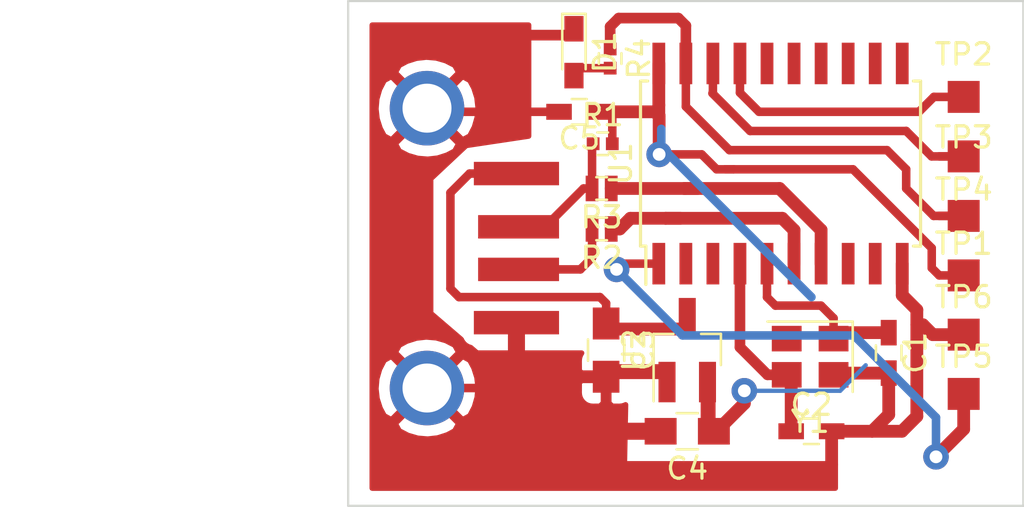
<source format=kicad_pcb>
(kicad_pcb (version 20171130) (host pcbnew "(5.1.2)-1")

  (general
    (thickness 1.6)
    (drawings 8)
    (tracks 151)
    (zones 0)
    (modules 20)
    (nets 25)
  )

  (page A4)
  (layers
    (0 F.Cu signal)
    (31 B.Cu signal)
    (32 B.Adhes user)
    (33 F.Adhes user)
    (34 B.Paste user)
    (35 F.Paste user)
    (36 B.SilkS user hide)
    (37 F.SilkS user)
    (38 B.Mask user hide)
    (39 F.Mask user hide)
    (40 Dwgs.User user)
    (41 Cmts.User user)
    (42 Eco1.User user)
    (43 Eco2.User user)
    (44 Edge.Cuts user)
    (45 Margin user hide)
    (46 B.CrtYd user)
    (47 F.CrtYd user)
    (48 B.Fab user)
    (49 F.Fab user hide)
  )

  (setup
    (last_trace_width 0.6)
    (user_trace_width 0.4)
    (user_trace_width 0.6)
    (trace_clearance 0.3)
    (zone_clearance 0.508)
    (zone_45_only no)
    (trace_min 0.2)
    (via_size 1.2)
    (via_drill 0.6)
    (via_min_size 0.4)
    (via_min_drill 0.3)
    (uvia_size 0.3)
    (uvia_drill 0.1)
    (uvias_allowed no)
    (uvia_min_size 0.2)
    (uvia_min_drill 0.1)
    (edge_width 0.05)
    (segment_width 0.2)
    (pcb_text_width 0.3)
    (pcb_text_size 1.5 1.5)
    (mod_edge_width 0.12)
    (mod_text_size 1 1)
    (mod_text_width 0.15)
    (pad_size 1.524 1.524)
    (pad_drill 0.762)
    (pad_to_mask_clearance 0.051)
    (solder_mask_min_width 0.25)
    (aux_axis_origin 0 0)
    (grid_origin -365.2 -369.9)
    (visible_elements 7FF9FB9F)
    (pcbplotparams
      (layerselection 0x02000_7fffffff)
      (usegerberextensions false)
      (usegerberattributes false)
      (usegerberadvancedattributes false)
      (creategerberjobfile false)
      (excludeedgelayer false)
      (linewidth 0.100000)
      (plotframeref false)
      (viasonmask false)
      (mode 1)
      (useauxorigin false)
      (hpglpennumber 1)
      (hpglpenspeed 20)
      (hpglpendiameter 15.000000)
      (psnegative false)
      (psa4output false)
      (plotreference false)
      (plotvalue false)
      (plotinvisibletext false)
      (padsonsilk true)
      (subtractmaskfromsilk false)
      (outputformat 4)
      (mirror false)
      (drillshape 2)
      (scaleselection 1)
      (outputdirectory "R:/p/pcb/"))
  )

  (net 0 "")
  (net 1 "Net-(C1-Pad1)")
  (net 2 GND)
  (net 3 "Net-(C2-Pad1)")
  (net 4 "Net-(C3-Pad1)")
  (net 5 +3V3)
  (net 6 "Net-(D1-Pad2)")
  (net 7 D-)
  (net 8 "Net-(J1-Pad3)")
  (net 9 D+)
  (net 10 "Net-(J1-Pad2)")
  (net 11 "Net-(U1-Pad8)")
  (net 12 "Net-(U1-Pad9)")
  (net 13 "Net-(U1-Pad11)")
  (net 14 "Net-(U1-Pad12)")
  (net 15 "Net-(U1-Pad13)")
  (net 16 "Net-(U1-Pad14)")
  (net 17 "Net-(U1-Pad15)")
  (net 18 "Net-(U1-Pad16)")
  (net 19 led)
  (net 20 prog-mosi)
  (net 21 prog-miso)
  (net 22 prog-reset)
  (net 23 "Net-(U1-Pad2)")
  (net 24 "Net-(U1-Pad3)")

  (net_class Default "This is the default net class."
    (clearance 0.3)
    (trace_width 0.4)
    (via_dia 1.2)
    (via_drill 0.6)
    (uvia_dia 0.3)
    (uvia_drill 0.1)
    (diff_pair_width 0.2)
    (diff_pair_gap 0.2)
    (add_net +3V3)
    (add_net D+)
    (add_net D-)
    (add_net GND)
    (add_net "Net-(C1-Pad1)")
    (add_net "Net-(C2-Pad1)")
    (add_net "Net-(C3-Pad1)")
    (add_net "Net-(D1-Pad2)")
    (add_net "Net-(J1-Pad2)")
    (add_net "Net-(J1-Pad3)")
    (add_net "Net-(U1-Pad11)")
    (add_net "Net-(U1-Pad12)")
    (add_net "Net-(U1-Pad13)")
    (add_net "Net-(U1-Pad14)")
    (add_net "Net-(U1-Pad15)")
    (add_net "Net-(U1-Pad16)")
    (add_net "Net-(U1-Pad2)")
    (add_net "Net-(U1-Pad3)")
    (add_net "Net-(U1-Pad8)")
    (add_net "Net-(U1-Pad9)")
    (add_net led)
    (add_net prog-miso)
    (add_net prog-mosi)
    (add_net prog-reset)
  )

  (net_class aa ""
    (clearance 0.2)
    (trace_width 0.2)
    (via_dia 0.8)
    (via_drill 0.4)
    (uvia_dia 0.3)
    (uvia_drill 0.1)
    (diff_pair_width 0.2)
    (diff_pair_gap 0.2)
  )

  (module Measurement_Points:Measurement_Point_Square-SMD-Pad_Small (layer F.Cu) (tedit 56C36007) (tstamp 61900CAA)
    (at -349.9 -355.6)
    (descr "Mesurement Point, Square, SMD Pad,  1.5mm x 1.5mm,")
    (tags "Mesurement Point Square SMD Pad 1.5x1.5mm")
    (path /6191679F)
    (attr virtual)
    (fp_text reference TP6 (at 0 -2) (layer F.SilkS)
      (effects (font (size 1 1) (thickness 0.15)))
    )
    (fp_text value TestPoint (at 0 2) (layer F.Fab)
      (effects (font (size 1 1) (thickness 0.15)))
    )
    (fp_line (start -1 -1) (end 1 -1) (layer F.CrtYd) (width 0.05))
    (fp_line (start 1 -1) (end 1 1) (layer F.CrtYd) (width 0.05))
    (fp_line (start 1 1) (end -1 1) (layer F.CrtYd) (width 0.05))
    (fp_line (start -1 1) (end -1 -1) (layer F.CrtYd) (width 0.05))
    (pad 1 smd rect (at 0 -0.236) (size 1.5 1.5) (layers F.Cu F.Mask)
      (net 2 GND))
  )

  (module Measurement_Points:Measurement_Point_Square-SMD-Pad_Small (layer F.Cu) (tedit 56C36007) (tstamp 61901953)
    (at -349.9 -352.8)
    (descr "Mesurement Point, Square, SMD Pad,  1.5mm x 1.5mm,")
    (tags "Mesurement Point Square SMD Pad 1.5x1.5mm")
    (path /61915E66)
    (attr virtual)
    (fp_text reference TP5 (at 0 -2) (layer F.SilkS)
      (effects (font (size 1 1) (thickness 0.15)))
    )
    (fp_text value TestPoint (at 0 2) (layer F.Fab)
      (effects (font (size 1 1) (thickness 0.15)))
    )
    (fp_line (start -1 -1) (end 1 -1) (layer F.CrtYd) (width 0.05))
    (fp_line (start 1 -1) (end 1 1) (layer F.CrtYd) (width 0.05))
    (fp_line (start 1 1) (end -1 1) (layer F.CrtYd) (width 0.05))
    (fp_line (start -1 1) (end -1 -1) (layer F.CrtYd) (width 0.05))
    (pad 1 smd rect (at 0 -0.254) (size 1.5 1.5) (layers F.Cu F.Mask)
      (net 22 prog-reset))
  )

  (module Measurement_Points:Measurement_Point_Square-SMD-Pad_Small (layer F.Cu) (tedit 56C36007) (tstamp 61900CA4)
    (at -349.9 -360.65)
    (descr "Mesurement Point, Square, SMD Pad,  1.5mm x 1.5mm,")
    (tags "Mesurement Point Square SMD Pad 1.5x1.5mm")
    (path /61915ABD)
    (attr virtual)
    (fp_text reference TP4 (at 0 -2) (layer F.SilkS)
      (effects (font (size 1 1) (thickness 0.15)))
    )
    (fp_text value TestPoint (at 0 2) (layer F.Fab)
      (effects (font (size 1 1) (thickness 0.15)))
    )
    (fp_line (start -1 -1) (end 1 -1) (layer F.CrtYd) (width 0.05))
    (fp_line (start 1 -1) (end 1 1) (layer F.CrtYd) (width 0.05))
    (fp_line (start 1 1) (end -1 1) (layer F.CrtYd) (width 0.05))
    (fp_line (start -1 1) (end -1 -1) (layer F.CrtYd) (width 0.05))
    (pad 1 smd rect (at 0 -0.762) (size 1.5 1.5) (layers F.Cu F.Mask)
      (net 19 led))
  )

  (module Measurement_Points:Measurement_Point_Square-SMD-Pad_Small (layer F.Cu) (tedit 56C36007) (tstamp 61900CA1)
    (at -349.9 -363.1)
    (descr "Mesurement Point, Square, SMD Pad,  1.5mm x 1.5mm,")
    (tags "Mesurement Point Square SMD Pad 1.5x1.5mm")
    (path /61915761)
    (attr virtual)
    (fp_text reference TP3 (at 0 -2) (layer F.SilkS)
      (effects (font (size 1 1) (thickness 0.15)))
    )
    (fp_text value TestPoint (at 0 2) (layer F.Fab)
      (effects (font (size 1 1) (thickness 0.15)))
    )
    (fp_line (start -1 -1) (end 1 -1) (layer F.CrtYd) (width 0.05))
    (fp_line (start 1 -1) (end 1 1) (layer F.CrtYd) (width 0.05))
    (fp_line (start 1 1) (end -1 1) (layer F.CrtYd) (width 0.05))
    (fp_line (start -1 1) (end -1 -1) (layer F.CrtYd) (width 0.05))
    (pad 1 smd rect (at 0 -1.106) (size 1.5 1.5) (layers F.Cu F.Mask)
      (net 21 prog-miso))
  )

  (module Measurement_Points:Measurement_Point_Square-SMD-Pad_Small (layer F.Cu) (tedit 56C36007) (tstamp 619010B1)
    (at -349.9 -367)
    (descr "Mesurement Point, Square, SMD Pad,  1.5mm x 1.5mm,")
    (tags "Mesurement Point Square SMD Pad 1.5x1.5mm")
    (path /6191540F)
    (attr virtual)
    (fp_text reference TP2 (at 0 -2) (layer F.SilkS)
      (effects (font (size 1 1) (thickness 0.15)))
    )
    (fp_text value TestPoint (at 0 2) (layer F.Fab)
      (effects (font (size 1 1) (thickness 0.15)))
    )
    (fp_line (start -1 -1) (end 1 -1) (layer F.CrtYd) (width 0.05))
    (fp_line (start 1 -1) (end 1 1) (layer F.CrtYd) (width 0.05))
    (fp_line (start 1 1) (end -1 1) (layer F.CrtYd) (width 0.05))
    (fp_line (start -1 1) (end -1 -1) (layer F.CrtYd) (width 0.05))
    (pad 1 smd rect (at 0 0) (size 1.5 1.5) (layers F.Cu F.Mask)
      (net 20 prog-mosi))
  )

  (module Measurement_Points:Measurement_Point_Square-SMD-Pad_Small (layer F.Cu) (tedit 56C36007) (tstamp 61900C9B)
    (at -349.9 -358.11)
    (descr "Mesurement Point, Square, SMD Pad,  1.5mm x 1.5mm,")
    (tags "Mesurement Point Square SMD Pad 1.5x1.5mm")
    (path /6190C76D)
    (attr virtual)
    (fp_text reference TP1 (at 0 -2) (layer F.SilkS)
      (effects (font (size 1 1) (thickness 0.15)))
    )
    (fp_text value TestPoint (at 0 2) (layer F.Fab)
      (effects (font (size 1 1) (thickness 0.15)))
    )
    (fp_line (start -1 -1) (end 1 -1) (layer F.CrtYd) (width 0.05))
    (fp_line (start 1 -1) (end 1 1) (layer F.CrtYd) (width 0.05))
    (fp_line (start 1 1) (end -1 1) (layer F.CrtYd) (width 0.05))
    (fp_line (start -1 1) (end -1 -1) (layer F.CrtYd) (width 0.05))
    (pad 1 smd rect (at 0 -0.508) (size 1.5 1.5) (layers F.Cu F.Mask)
      (net 5 +3V3))
  )

  (module aa:R_0402_HandSoldering (layer F.Cu) (tedit 618FC2E6) (tstamp 618AFCFF)
    (at -366.5 -368.8 270)
    (descr "Resistor SMD 0402, reflow soldering, Vishay (see dcrcw.pdf)")
    (tags "resistor 0402")
    (path /618B055F)
    (attr smd)
    (fp_text reference R4 (at 0 -1.35 90) (layer F.SilkS)
      (effects (font (size 1 1) (thickness 0.15)))
    )
    (fp_text value 1k (at 0 1.45 90) (layer F.Fab)
      (effects (font (size 1 1) (thickness 0.15)))
    )
    (fp_text user %R (at 0 -1.35 90) (layer F.Fab)
      (effects (font (size 1 1) (thickness 0.15)))
    )
    (fp_line (start -0.5 0.25) (end -0.5 -0.25) (layer F.Fab) (width 0.1))
    (fp_line (start 0.5 0.25) (end -0.5 0.25) (layer F.Fab) (width 0.1))
    (fp_line (start 0.5 -0.25) (end 0.5 0.25) (layer F.Fab) (width 0.1))
    (fp_line (start -0.5 -0.25) (end 0.5 -0.25) (layer F.Fab) (width 0.1))
    (fp_line (start 0.25 -0.53) (end -0.25 -0.53) (layer F.SilkS) (width 0.12))
    (fp_line (start -0.25 0.53) (end 0.25 0.53) (layer F.SilkS) (width 0.12))
    (fp_line (start -0.8 -0.45) (end 0.8 -0.45) (layer F.CrtYd) (width 0.05))
    (fp_line (start -0.8 -0.45) (end -0.8 0.45) (layer F.CrtYd) (width 0.05))
    (fp_line (start 0.8 0.45) (end 0.8 -0.45) (layer F.CrtYd) (width 0.05))
    (fp_line (start 0.8 0.45) (end -0.8 0.45) (layer F.CrtYd) (width 0.05))
    (pad 1 smd rect (at -0.45 0 270) (size 0.6 0.6) (layers F.Cu F.Paste F.Mask)
      (net 19 led))
    (pad 2 smd rect (at 0.45 0 270) (size 0.6 0.6) (layers F.Cu F.Paste F.Mask)
      (net 6 "Net-(D1-Pad2)"))
    (model ${KISYS3DMOD}/Resistors_SMD.3dshapes/R_0402.wrl
      (at (xyz 0 0 0))
      (scale (xyz 1 1 1))
      (rotate (xyz 0 0 0))
    )
  )

  (module aa:R_0402_HandSoldering (layer F.Cu) (tedit 618FC2E6) (tstamp 618AFCF6)
    (at -366.85 -364.8)
    (descr "Resistor SMD 0402, reflow soldering, Vishay (see dcrcw.pdf)")
    (tags "resistor 0402")
    (path /618B1267)
    (attr smd)
    (fp_text reference R1 (at 0 -1.35) (layer F.SilkS)
      (effects (font (size 1 1) (thickness 0.15)))
    )
    (fp_text value 1.5k (at 0 1.45) (layer F.Fab)
      (effects (font (size 1 1) (thickness 0.15)))
    )
    (fp_text user %R (at 0 -1.35) (layer F.Fab)
      (effects (font (size 1 1) (thickness 0.15)))
    )
    (fp_line (start -0.5 0.25) (end -0.5 -0.25) (layer F.Fab) (width 0.1))
    (fp_line (start 0.5 0.25) (end -0.5 0.25) (layer F.Fab) (width 0.1))
    (fp_line (start 0.5 -0.25) (end 0.5 0.25) (layer F.Fab) (width 0.1))
    (fp_line (start -0.5 -0.25) (end 0.5 -0.25) (layer F.Fab) (width 0.1))
    (fp_line (start 0.25 -0.53) (end -0.25 -0.53) (layer F.SilkS) (width 0.12))
    (fp_line (start -0.25 0.53) (end 0.25 0.53) (layer F.SilkS) (width 0.12))
    (fp_line (start -0.8 -0.45) (end 0.8 -0.45) (layer F.CrtYd) (width 0.05))
    (fp_line (start -0.8 -0.45) (end -0.8 0.45) (layer F.CrtYd) (width 0.05))
    (fp_line (start 0.8 0.45) (end 0.8 -0.45) (layer F.CrtYd) (width 0.05))
    (fp_line (start 0.8 0.45) (end -0.8 0.45) (layer F.CrtYd) (width 0.05))
    (pad 1 smd rect (at -0.45 0) (size 0.6 0.6) (layers F.Cu F.Paste F.Mask)
      (net 10 "Net-(J1-Pad2)"))
    (pad 2 smd rect (at 0.45 0) (size 0.6 0.6) (layers F.Cu F.Paste F.Mask)
      (net 5 +3V3))
    (model ${KISYS3DMOD}/Resistors_SMD.3dshapes/R_0402.wrl
      (at (xyz 0 0 0))
      (scale (xyz 1 1 1))
      (rotate (xyz 0 0 0))
    )
  )

  (module aa:R_0402_x2 (layer F.Cu) (tedit 618FC26D) (tstamp 618FAC55)
    (at -366.9 -360.8 180)
    (descr "Resistor SMD 0402, reflow soldering, Vishay (see dcrcw.pdf)")
    (tags "resistor 0402")
    (path /618B0E64)
    (attr smd)
    (fp_text reference R2 (at 0 -1.35) (layer F.SilkS)
      (effects (font (size 1 1) (thickness 0.15)))
    )
    (fp_text value 68 (at 0 1.45) (layer F.Fab)
      (effects (font (size 1 1) (thickness 0.15)))
    )
    (fp_text user %R (at 0 -1.35) (layer F.Fab)
      (effects (font (size 1 1) (thickness 0.15)))
    )
    (fp_line (start -0.5 0.25) (end -0.5 -0.25) (layer F.Fab) (width 0.1))
    (fp_line (start 0.5 0.25) (end -0.5 0.25) (layer F.Fab) (width 0.1))
    (fp_line (start 0.5 -0.25) (end 0.5 0.25) (layer F.Fab) (width 0.1))
    (fp_line (start -0.5 -0.25) (end 0.5 -0.25) (layer F.Fab) (width 0.1))
    (fp_line (start 0.25 -0.53) (end -0.25 -0.53) (layer F.SilkS) (width 0.12))
    (fp_line (start -0.25 0.53) (end 0.25 0.53) (layer F.SilkS) (width 0.12))
    (fp_line (start -0.8 -0.45) (end 0.8 -0.45) (layer F.CrtYd) (width 0.05))
    (fp_line (start -0.8 -0.45) (end -0.8 0.45) (layer F.CrtYd) (width 0.05))
    (fp_line (start 0.8 0.45) (end 0.8 -0.45) (layer F.CrtYd) (width 0.05))
    (fp_line (start 0.8 0.45) (end -0.8 0.45) (layer F.CrtYd) (width 0.05))
    (pad 1 smd rect (at -0.45 0 180) (size 0.6 1.2) (layers F.Cu F.Paste F.Mask)
      (net 9 D+))
    (pad 2 smd rect (at 0.45 0 180) (size 0.6 1.2) (layers F.Cu F.Paste F.Mask)
      (net 8 "Net-(J1-Pad3)"))
    (model ${KISYS3DMOD}/Resistors_SMD.3dshapes/R_0402.wrl
      (at (xyz 0 0 0))
      (scale (xyz 1 1 1))
      (rotate (xyz 0 0 0))
    )
  )

  (module aa:R_0402_x2 (layer F.Cu) (tedit 618FC26D) (tstamp 618AFCFC)
    (at -366.9 -362.7 180)
    (descr "Resistor SMD 0402, reflow soldering, Vishay (see dcrcw.pdf)")
    (tags "resistor 0402")
    (path /618B076D)
    (attr smd)
    (fp_text reference R3 (at 0 -1.35) (layer F.SilkS)
      (effects (font (size 1 1) (thickness 0.15)))
    )
    (fp_text value 68 (at 0 1.45) (layer F.Fab)
      (effects (font (size 1 1) (thickness 0.15)))
    )
    (fp_text user %R (at 0 -1.35) (layer F.Fab)
      (effects (font (size 1 1) (thickness 0.15)))
    )
    (fp_line (start -0.5 0.25) (end -0.5 -0.25) (layer F.Fab) (width 0.1))
    (fp_line (start 0.5 0.25) (end -0.5 0.25) (layer F.Fab) (width 0.1))
    (fp_line (start 0.5 -0.25) (end 0.5 0.25) (layer F.Fab) (width 0.1))
    (fp_line (start -0.5 -0.25) (end 0.5 -0.25) (layer F.Fab) (width 0.1))
    (fp_line (start 0.25 -0.53) (end -0.25 -0.53) (layer F.SilkS) (width 0.12))
    (fp_line (start -0.25 0.53) (end 0.25 0.53) (layer F.SilkS) (width 0.12))
    (fp_line (start -0.8 -0.45) (end 0.8 -0.45) (layer F.CrtYd) (width 0.05))
    (fp_line (start -0.8 -0.45) (end -0.8 0.45) (layer F.CrtYd) (width 0.05))
    (fp_line (start 0.8 0.45) (end 0.8 -0.45) (layer F.CrtYd) (width 0.05))
    (fp_line (start 0.8 0.45) (end -0.8 0.45) (layer F.CrtYd) (width 0.05))
    (pad 1 smd rect (at -0.45 0 180) (size 0.6 1.2) (layers F.Cu F.Paste F.Mask)
      (net 7 D-))
    (pad 2 smd rect (at 0.45 0 180) (size 0.6 1.2) (layers F.Cu F.Paste F.Mask)
      (net 10 "Net-(J1-Pad2)"))
    (model ${KISYS3DMOD}/Resistors_SMD.3dshapes/R_0402.wrl
      (at (xyz 0 0 0))
      (scale (xyz 1 1 1))
      (rotate (xyz 0 0 0))
    )
  )

  (module TO_SOT_Packages_SMD:SOT-23_Handsoldering (layer F.Cu) (tedit 58CE4E7E) (tstamp 618AFD05)
    (at -362.88 -355.11 90)
    (descr "SOT-23, Handsoldering")
    (tags SOT-23)
    (path /618AF286)
    (attr smd)
    (fp_text reference U2 (at 0 -2.5 90) (layer F.SilkS)
      (effects (font (size 1 1) (thickness 0.15)))
    )
    (fp_text value LM3480-3.3 (at 0 2.5 90) (layer F.Fab)
      (effects (font (size 1 1) (thickness 0.15)))
    )
    (fp_text user %R (at 0 0) (layer F.Fab)
      (effects (font (size 0.5 0.5) (thickness 0.075)))
    )
    (fp_line (start 0.76 1.58) (end 0.76 0.65) (layer F.SilkS) (width 0.12))
    (fp_line (start 0.76 -1.58) (end 0.76 -0.65) (layer F.SilkS) (width 0.12))
    (fp_line (start -2.7 -1.75) (end 2.7 -1.75) (layer F.CrtYd) (width 0.05))
    (fp_line (start 2.7 -1.75) (end 2.7 1.75) (layer F.CrtYd) (width 0.05))
    (fp_line (start 2.7 1.75) (end -2.7 1.75) (layer F.CrtYd) (width 0.05))
    (fp_line (start -2.7 1.75) (end -2.7 -1.75) (layer F.CrtYd) (width 0.05))
    (fp_line (start 0.76 -1.58) (end -2.4 -1.58) (layer F.SilkS) (width 0.12))
    (fp_line (start -0.7 -0.95) (end -0.7 1.5) (layer F.Fab) (width 0.1))
    (fp_line (start -0.15 -1.52) (end 0.7 -1.52) (layer F.Fab) (width 0.1))
    (fp_line (start -0.7 -0.95) (end -0.15 -1.52) (layer F.Fab) (width 0.1))
    (fp_line (start 0.7 -1.52) (end 0.7 1.52) (layer F.Fab) (width 0.1))
    (fp_line (start -0.7 1.52) (end 0.7 1.52) (layer F.Fab) (width 0.1))
    (fp_line (start 0.76 1.58) (end -0.7 1.58) (layer F.SilkS) (width 0.12))
    (pad 1 smd rect (at -1.5 -0.95 90) (size 1.9 0.8) (layers F.Cu F.Paste F.Mask)
      (net 2 GND))
    (pad 2 smd rect (at -1.5 0.95 90) (size 1.9 0.8) (layers F.Cu F.Paste F.Mask)
      (net 5 +3V3))
    (pad 3 smd rect (at 1.5 0 90) (size 1.9 0.8) (layers F.Cu F.Paste F.Mask)
      (net 4 "Net-(C3-Pad1)"))
    (model ${KISYS3DMOD}/TO_SOT_Packages_SMD.3dshapes\SOT-23.wrl
      (at (xyz 0 0 0))
      (scale (xyz 1 1 1))
      (rotate (xyz 0 0 0))
    )
  )

  (module LEDs:LED_0603_HandSoldering (layer F.Cu) (tedit 595FC9C0) (tstamp 618AFCF0)
    (at -368.2 -369.1 270)
    (descr "LED SMD 0603, hand soldering")
    (tags "LED 0603")
    (path /6191CA9E)
    (attr smd)
    (fp_text reference D1 (at 0 -1.45 90) (layer F.SilkS)
      (effects (font (size 1 1) (thickness 0.15)))
    )
    (fp_text value LED (at 0 1.55 90) (layer F.Fab)
      (effects (font (size 1 1) (thickness 0.15)))
    )
    (fp_line (start -1.8 -0.55) (end -1.8 0.55) (layer F.SilkS) (width 0.12))
    (fp_line (start -0.2 -0.2) (end -0.2 0.2) (layer F.Fab) (width 0.1))
    (fp_line (start -0.15 0) (end 0.15 -0.2) (layer F.Fab) (width 0.1))
    (fp_line (start 0.15 0.2) (end -0.15 0) (layer F.Fab) (width 0.1))
    (fp_line (start 0.15 -0.2) (end 0.15 0.2) (layer F.Fab) (width 0.1))
    (fp_line (start 0.8 0.4) (end -0.8 0.4) (layer F.Fab) (width 0.1))
    (fp_line (start 0.8 -0.4) (end 0.8 0.4) (layer F.Fab) (width 0.1))
    (fp_line (start -0.8 -0.4) (end 0.8 -0.4) (layer F.Fab) (width 0.1))
    (fp_line (start -1.8 0.55) (end 0.8 0.55) (layer F.SilkS) (width 0.12))
    (fp_line (start -1.8 -0.55) (end 0.8 -0.55) (layer F.SilkS) (width 0.12))
    (fp_line (start -1.96 -0.7) (end 1.95 -0.7) (layer F.CrtYd) (width 0.05))
    (fp_line (start -1.96 -0.7) (end -1.96 0.7) (layer F.CrtYd) (width 0.05))
    (fp_line (start 1.95 0.7) (end 1.95 -0.7) (layer F.CrtYd) (width 0.05))
    (fp_line (start 1.95 0.7) (end -1.96 0.7) (layer F.CrtYd) (width 0.05))
    (fp_line (start -0.8 -0.4) (end -0.8 0.4) (layer F.Fab) (width 0.1))
    (pad 1 smd rect (at -1.1 0 270) (size 1.2 0.9) (layers F.Cu F.Paste F.Mask)
      (net 2 GND))
    (pad 2 smd rect (at 1.1 0 270) (size 1.2 0.9) (layers F.Cu F.Paste F.Mask)
      (net 6 "Net-(D1-Pad2)"))
    (model ${KISYS3DMOD}/LEDs.3dshapes/LED_0603.wrl
      (at (xyz 0 0 0))
      (scale (xyz 1 1 1))
      (rotate (xyz 0 0 180))
    )
  )

  (module aa:USB-A-SMT-8231_fix00 (layer F.Cu) (tedit 618FB218) (tstamp 618B0147)
    (at -375.1 -359.9 270)
    (path /618AD874)
    (attr smd)
    (fp_text reference J1 (at 0 1.7 90) (layer F.Fab)
      (effects (font (size 0.59944 0.59944) (thickness 0.12446)))
    )
    (fp_text value USB_A (at 0 0 90) (layer F.Fab)
      (effects (font (size 0.59944 0.59944) (thickness 0.12446)))
    )
    (fp_line (start -7.2 10.3) (end -7.2 -4.1) (layer F.Fab) (width 0.001))
    (fp_line (start -7.2 -4.1) (end 7.2 -4.1) (layer F.Fab) (width 0.001))
    (fp_line (start 7.2 -4.1) (end 7.2 10.3) (layer F.Fab) (width 0.001))
    (fp_line (start 7.2 10.3) (end -7.2 10.3) (layer F.Fab) (width 0.001))
    (fp_line (start 9 0) (end 9 20) (layer Dwgs.User) (width 0.1))
    (fp_line (start -9 0) (end -9 20) (layer Dwgs.User) (width 0.1))
    (pad 5 thru_hole circle (at -6.57 0) (size 3.5 3.5) (drill 2.3) (layers *.Cu *.Mask)
      (net 2 GND))
    (pad 1 smd rect (at -3.5 -4.2 270) (size 1.1 4) (layers F.Cu F.Paste F.Mask)
      (net 4 "Net-(C3-Pad1)"))
    (pad 2 smd rect (at -1 -4.3 270) (size 1.1 3.8) (layers F.Cu F.Paste F.Mask)
      (net 10 "Net-(J1-Pad2)"))
    (pad 3 smd rect (at 1 -4.3 270) (size 1.1 3.8) (layers F.Cu F.Paste F.Mask)
      (net 8 "Net-(J1-Pad3)"))
    (pad 4 smd rect (at 3.5 -4.2 270) (size 1.1 4) (layers F.Cu F.Paste F.Mask)
      (net 2 GND))
    (pad 5 thru_hole circle (at 6.57 0 270) (size 3.5 3.5) (drill 2.3) (layers *.Cu *.Mask)
      (net 2 GND))
    (model Connectors/USB_Type_B_Socket.wrl
      (offset (xyz 0 -3.428999948501587 0))
      (scale (xyz 1 1 1))
      (rotate (xyz 0 0 0))
    )
  )

  (module Capacitors_SMD:C_0603_HandSoldering (layer F.Cu) (tedit 58AA848B) (tstamp 618FBD7F)
    (at -367.95 -366.3 180)
    (descr "Capacitor SMD 0603, hand soldering")
    (tags "capacitor 0603")
    (path /6193ED97)
    (attr smd)
    (fp_text reference C5 (at 0 -1.25) (layer F.SilkS)
      (effects (font (size 1 1) (thickness 0.15)))
    )
    (fp_text value 100n (at 0 1.5) (layer F.Fab)
      (effects (font (size 1 1) (thickness 0.15)))
    )
    (fp_text user %R (at 0 -1.25) (layer F.Fab)
      (effects (font (size 1 1) (thickness 0.15)))
    )
    (fp_line (start -0.8 0.4) (end -0.8 -0.4) (layer F.Fab) (width 0.1))
    (fp_line (start 0.8 0.4) (end -0.8 0.4) (layer F.Fab) (width 0.1))
    (fp_line (start 0.8 -0.4) (end 0.8 0.4) (layer F.Fab) (width 0.1))
    (fp_line (start -0.8 -0.4) (end 0.8 -0.4) (layer F.Fab) (width 0.1))
    (fp_line (start -0.35 -0.6) (end 0.35 -0.6) (layer F.SilkS) (width 0.12))
    (fp_line (start 0.35 0.6) (end -0.35 0.6) (layer F.SilkS) (width 0.12))
    (fp_line (start -1.8 -0.65) (end 1.8 -0.65) (layer F.CrtYd) (width 0.05))
    (fp_line (start -1.8 -0.65) (end -1.8 0.65) (layer F.CrtYd) (width 0.05))
    (fp_line (start 1.8 0.65) (end 1.8 -0.65) (layer F.CrtYd) (width 0.05))
    (fp_line (start 1.8 0.65) (end -1.8 0.65) (layer F.CrtYd) (width 0.05))
    (pad 1 smd rect (at -0.95 0 180) (size 1.2 0.75) (layers F.Cu F.Paste F.Mask)
      (net 5 +3V3))
    (pad 2 smd rect (at 0.95 0 180) (size 1.2 0.75) (layers F.Cu F.Paste F.Mask)
      (net 2 GND))
    (model Capacitors_SMD.3dshapes/C_0603.wrl
      (at (xyz 0 0 0))
      (scale (xyz 1 1 1))
      (rotate (xyz 0 0 0))
    )
  )

  (module Housings_SOIC:SOIC-20W_7.5x12.8mm_Pitch1.27mm (layer F.Cu) (tedit 58CC8F64) (tstamp 618B16DE)
    (at -358.5 -363.87 90)
    (descr "20-Lead Plastic Small Outline (SO) - Wide, 7.50 mm Body [SOIC] (see Microchip Packaging Specification 00000049BS.pdf)")
    (tags "SOIC 1.27")
    (path /618ACEC9)
    (attr smd)
    (fp_text reference U1 (at 0 -7.5 90) (layer F.SilkS)
      (effects (font (size 1 1) (thickness 0.15)))
    )
    (fp_text value ATtiny2313A-SU (at 0 7.5 90) (layer F.Fab)
      (effects (font (size 1 1) (thickness 0.15)))
    )
    (fp_text user %R (at 0 0 90) (layer F.Fab)
      (effects (font (size 1 1) (thickness 0.15)))
    )
    (fp_line (start -2.75 -6.4) (end 3.75 -6.4) (layer F.Fab) (width 0.15))
    (fp_line (start 3.75 -6.4) (end 3.75 6.4) (layer F.Fab) (width 0.15))
    (fp_line (start 3.75 6.4) (end -3.75 6.4) (layer F.Fab) (width 0.15))
    (fp_line (start -3.75 6.4) (end -3.75 -5.4) (layer F.Fab) (width 0.15))
    (fp_line (start -3.75 -5.4) (end -2.75 -6.4) (layer F.Fab) (width 0.15))
    (fp_line (start -5.95 -6.75) (end -5.95 6.75) (layer F.CrtYd) (width 0.05))
    (fp_line (start 5.95 -6.75) (end 5.95 6.75) (layer F.CrtYd) (width 0.05))
    (fp_line (start -5.95 -6.75) (end 5.95 -6.75) (layer F.CrtYd) (width 0.05))
    (fp_line (start -5.95 6.75) (end 5.95 6.75) (layer F.CrtYd) (width 0.05))
    (fp_line (start -3.875 -6.575) (end -3.875 -6.325) (layer F.SilkS) (width 0.15))
    (fp_line (start 3.875 -6.575) (end 3.875 -6.24) (layer F.SilkS) (width 0.15))
    (fp_line (start 3.875 6.575) (end 3.875 6.24) (layer F.SilkS) (width 0.15))
    (fp_line (start -3.875 6.575) (end -3.875 6.24) (layer F.SilkS) (width 0.15))
    (fp_line (start -3.875 -6.575) (end 3.875 -6.575) (layer F.SilkS) (width 0.15))
    (fp_line (start -3.875 6.575) (end 3.875 6.575) (layer F.SilkS) (width 0.15))
    (fp_line (start -3.875 -6.325) (end -5.675 -6.325) (layer F.SilkS) (width 0.15))
    (pad 1 smd rect (at -4.7 -5.715 90) (size 1.95 0.6) (layers F.Cu F.Paste F.Mask)
      (net 22 prog-reset))
    (pad 2 smd rect (at -4.7 -4.445 90) (size 1.95 0.6) (layers F.Cu F.Paste F.Mask)
      (net 23 "Net-(U1-Pad2)"))
    (pad 3 smd rect (at -4.7 -3.175 90) (size 1.95 0.6) (layers F.Cu F.Paste F.Mask)
      (net 24 "Net-(U1-Pad3)"))
    (pad 4 smd rect (at -4.7 -1.905 90) (size 1.95 0.6) (layers F.Cu F.Paste F.Mask)
      (net 3 "Net-(C2-Pad1)"))
    (pad 5 smd rect (at -4.7 -0.635 90) (size 1.95 0.6) (layers F.Cu F.Paste F.Mask)
      (net 1 "Net-(C1-Pad1)"))
    (pad 6 smd rect (at -4.7 0.635 90) (size 1.95 0.6) (layers F.Cu F.Paste F.Mask)
      (net 9 D+))
    (pad 7 smd rect (at -4.7 1.905 90) (size 1.95 0.6) (layers F.Cu F.Paste F.Mask)
      (net 7 D-))
    (pad 8 smd rect (at -4.7 3.175 90) (size 1.95 0.6) (layers F.Cu F.Paste F.Mask)
      (net 11 "Net-(U1-Pad8)"))
    (pad 9 smd rect (at -4.7 4.445 90) (size 1.95 0.6) (layers F.Cu F.Paste F.Mask)
      (net 12 "Net-(U1-Pad9)"))
    (pad 10 smd rect (at -4.7 5.715 90) (size 1.95 0.6) (layers F.Cu F.Paste F.Mask)
      (net 2 GND))
    (pad 11 smd rect (at 4.7 5.715 90) (size 1.95 0.6) (layers F.Cu F.Paste F.Mask)
      (net 13 "Net-(U1-Pad11)"))
    (pad 12 smd rect (at 4.7 4.445 90) (size 1.95 0.6) (layers F.Cu F.Paste F.Mask)
      (net 14 "Net-(U1-Pad12)"))
    (pad 13 smd rect (at 4.7 3.175 90) (size 1.95 0.6) (layers F.Cu F.Paste F.Mask)
      (net 15 "Net-(U1-Pad13)"))
    (pad 14 smd rect (at 4.7 1.905 90) (size 1.95 0.6) (layers F.Cu F.Paste F.Mask)
      (net 16 "Net-(U1-Pad14)"))
    (pad 15 smd rect (at 4.7 0.635 90) (size 1.95 0.6) (layers F.Cu F.Paste F.Mask)
      (net 17 "Net-(U1-Pad15)"))
    (pad 16 smd rect (at 4.7 -0.635 90) (size 1.95 0.6) (layers F.Cu F.Paste F.Mask)
      (net 18 "Net-(U1-Pad16)"))
    (pad 17 smd rect (at 4.7 -1.905 90) (size 1.95 0.6) (layers F.Cu F.Paste F.Mask)
      (net 20 prog-mosi))
    (pad 18 smd rect (at 4.7 -3.175 90) (size 1.95 0.6) (layers F.Cu F.Paste F.Mask)
      (net 21 prog-miso))
    (pad 19 smd rect (at 4.7 -4.445 90) (size 1.95 0.6) (layers F.Cu F.Paste F.Mask)
      (net 19 led))
    (pad 20 smd rect (at 4.7 -5.715 90) (size 1.95 0.6) (layers F.Cu F.Paste F.Mask)
      (net 5 +3V3))
    (model ${KISYS3DMOD}/Housings_SOIC.3dshapes/SOIC-20W_7.5x12.8mm_Pitch1.27mm.wrl
      (at (xyz 0 0 0))
      (scale (xyz 1 1 1))
      (rotate (xyz 0 0 0))
    )
  )

  (module Crystals:Crystal_SMD_3225-4pin_3.2x2.5mm (layer F.Cu) (tedit 58CD2E9C) (tstamp 618F8F94)
    (at -357.11 -354.8 180)
    (descr "SMD Crystal SERIES SMD3225/4 http://www.txccrystal.com/images/pdf/7m-accuracy.pdf, 3.2x2.5mm^2 package")
    (tags "SMD SMT crystal")
    (path /618B2381)
    (attr smd)
    (fp_text reference Y1 (at 0 -3.05) (layer F.SilkS)
      (effects (font (size 1 1) (thickness 0.15)))
    )
    (fp_text value 12MHz (at 0 3.05) (layer F.Fab)
      (effects (font (size 1 1) (thickness 0.15)))
    )
    (fp_text user %R (at 0 0) (layer F.Fab)
      (effects (font (size 0.7 0.7) (thickness 0.105)))
    )
    (fp_line (start -1.6 -1.25) (end -1.6 1.25) (layer F.Fab) (width 0.1))
    (fp_line (start -1.6 1.25) (end 1.6 1.25) (layer F.Fab) (width 0.1))
    (fp_line (start 1.6 1.25) (end 1.6 -1.25) (layer F.Fab) (width 0.1))
    (fp_line (start 1.6 -1.25) (end -1.6 -1.25) (layer F.Fab) (width 0.1))
    (fp_line (start -1.6 0.25) (end -0.6 1.25) (layer F.Fab) (width 0.1))
    (fp_line (start -2 -1.65) (end -2 1.65) (layer F.SilkS) (width 0.12))
    (fp_line (start -2 1.65) (end 2 1.65) (layer F.SilkS) (width 0.12))
    (fp_line (start -2.1 -1.7) (end -2.1 1.7) (layer F.CrtYd) (width 0.05))
    (fp_line (start -2.1 1.7) (end 2.1 1.7) (layer F.CrtYd) (width 0.05))
    (fp_line (start 2.1 1.7) (end 2.1 -1.7) (layer F.CrtYd) (width 0.05))
    (fp_line (start 2.1 -1.7) (end -2.1 -1.7) (layer F.CrtYd) (width 0.05))
    (pad 1 smd rect (at -1.1 0.85 180) (size 1.4 1.2) (layers F.Cu F.Paste F.Mask)
      (net 1 "Net-(C1-Pad1)"))
    (pad 2 smd rect (at 1.1 0.85 180) (size 1.4 1.2) (layers F.Cu F.Paste F.Mask)
      (net 2 GND))
    (pad 3 smd rect (at 1.1 -0.85 180) (size 1.4 1.2) (layers F.Cu F.Paste F.Mask)
      (net 3 "Net-(C2-Pad1)"))
    (pad 4 smd rect (at -1.1 -0.85 180) (size 1.4 1.2) (layers F.Cu F.Paste F.Mask)
      (net 2 GND))
    (model ${KISYS3DMOD}/Crystals.3dshapes/Crystal_SMD_3225-4pin_3.2x2.5mm.wrl
      (at (xyz 0 0 0))
      (scale (xyz 1 1 1))
      (rotate (xyz 0 0 0))
    )
  )

  (module Capacitors_SMD:C_0805_HandSoldering (layer F.Cu) (tedit 58AA84A8) (tstamp 618AFCED)
    (at -362.88 -351.3 180)
    (descr "Capacitor SMD 0805, hand soldering")
    (tags "capacitor 0805")
    (path /6190650C)
    (attr smd)
    (fp_text reference C4 (at 0 -1.75) (layer F.SilkS)
      (effects (font (size 1 1) (thickness 0.15)))
    )
    (fp_text value 1u (at 0 1.75) (layer F.Fab)
      (effects (font (size 1 1) (thickness 0.15)))
    )
    (fp_text user %R (at 0 -1.75) (layer F.Fab)
      (effects (font (size 1 1) (thickness 0.15)))
    )
    (fp_line (start -1 0.62) (end -1 -0.62) (layer F.Fab) (width 0.1))
    (fp_line (start 1 0.62) (end -1 0.62) (layer F.Fab) (width 0.1))
    (fp_line (start 1 -0.62) (end 1 0.62) (layer F.Fab) (width 0.1))
    (fp_line (start -1 -0.62) (end 1 -0.62) (layer F.Fab) (width 0.1))
    (fp_line (start 0.5 -0.85) (end -0.5 -0.85) (layer F.SilkS) (width 0.12))
    (fp_line (start -0.5 0.85) (end 0.5 0.85) (layer F.SilkS) (width 0.12))
    (fp_line (start -2.25 -0.88) (end 2.25 -0.88) (layer F.CrtYd) (width 0.05))
    (fp_line (start -2.25 -0.88) (end -2.25 0.87) (layer F.CrtYd) (width 0.05))
    (fp_line (start 2.25 0.87) (end 2.25 -0.88) (layer F.CrtYd) (width 0.05))
    (fp_line (start 2.25 0.87) (end -2.25 0.87) (layer F.CrtYd) (width 0.05))
    (pad 1 smd rect (at -1.25 0 180) (size 1.5 1.25) (layers F.Cu F.Paste F.Mask)
      (net 5 +3V3))
    (pad 2 smd rect (at 1.25 0 180) (size 1.5 1.25) (layers F.Cu F.Paste F.Mask)
      (net 2 GND))
    (model Capacitors_SMD.3dshapes/C_0805.wrl
      (at (xyz 0 0 0))
      (scale (xyz 1 1 1))
      (rotate (xyz 0 0 0))
    )
  )

  (module Capacitors_SMD:C_0805_HandSoldering (layer F.Cu) (tedit 58AA84A8) (tstamp 618AFCEA)
    (at -366.69 -355.11 270)
    (descr "Capacitor SMD 0805, hand soldering")
    (tags "capacitor 0805")
    (path /618E13DB)
    (attr smd)
    (fp_text reference C3 (at 0 -1.75 90) (layer F.SilkS)
      (effects (font (size 1 1) (thickness 0.15)))
    )
    (fp_text value 1u (at 0 1.75 90) (layer F.Fab)
      (effects (font (size 1 1) (thickness 0.15)))
    )
    (fp_text user %R (at 0 -1.75 90) (layer F.Fab)
      (effects (font (size 1 1) (thickness 0.15)))
    )
    (fp_line (start -1 0.62) (end -1 -0.62) (layer F.Fab) (width 0.1))
    (fp_line (start 1 0.62) (end -1 0.62) (layer F.Fab) (width 0.1))
    (fp_line (start 1 -0.62) (end 1 0.62) (layer F.Fab) (width 0.1))
    (fp_line (start -1 -0.62) (end 1 -0.62) (layer F.Fab) (width 0.1))
    (fp_line (start 0.5 -0.85) (end -0.5 -0.85) (layer F.SilkS) (width 0.12))
    (fp_line (start -0.5 0.85) (end 0.5 0.85) (layer F.SilkS) (width 0.12))
    (fp_line (start -2.25 -0.88) (end 2.25 -0.88) (layer F.CrtYd) (width 0.05))
    (fp_line (start -2.25 -0.88) (end -2.25 0.87) (layer F.CrtYd) (width 0.05))
    (fp_line (start 2.25 0.87) (end 2.25 -0.88) (layer F.CrtYd) (width 0.05))
    (fp_line (start 2.25 0.87) (end -2.25 0.87) (layer F.CrtYd) (width 0.05))
    (pad 1 smd rect (at -1.25 0 270) (size 1.5 1.25) (layers F.Cu F.Paste F.Mask)
      (net 4 "Net-(C3-Pad1)"))
    (pad 2 smd rect (at 1.25 0 270) (size 1.5 1.25) (layers F.Cu F.Paste F.Mask)
      (net 2 GND))
    (model Capacitors_SMD.3dshapes/C_0805.wrl
      (at (xyz 0 0 0))
      (scale (xyz 1 1 1))
      (rotate (xyz 0 0 0))
    )
  )

  (module Capacitors_SMD:C_0603_HandSoldering (layer F.Cu) (tedit 58AA848B) (tstamp 618AFCE7)
    (at -357.05 -351.3)
    (descr "Capacitor SMD 0603, hand soldering")
    (tags "capacitor 0603")
    (path /618B190A)
    (attr smd)
    (fp_text reference C2 (at 0 -1.25) (layer F.SilkS)
      (effects (font (size 1 1) (thickness 0.15)))
    )
    (fp_text value 22pF (at 0 1.5) (layer F.Fab)
      (effects (font (size 1 1) (thickness 0.15)))
    )
    (fp_text user %R (at 0 -1.25) (layer F.Fab)
      (effects (font (size 1 1) (thickness 0.15)))
    )
    (fp_line (start -0.8 0.4) (end -0.8 -0.4) (layer F.Fab) (width 0.1))
    (fp_line (start 0.8 0.4) (end -0.8 0.4) (layer F.Fab) (width 0.1))
    (fp_line (start 0.8 -0.4) (end 0.8 0.4) (layer F.Fab) (width 0.1))
    (fp_line (start -0.8 -0.4) (end 0.8 -0.4) (layer F.Fab) (width 0.1))
    (fp_line (start -0.35 -0.6) (end 0.35 -0.6) (layer F.SilkS) (width 0.12))
    (fp_line (start 0.35 0.6) (end -0.35 0.6) (layer F.SilkS) (width 0.12))
    (fp_line (start -1.8 -0.65) (end 1.8 -0.65) (layer F.CrtYd) (width 0.05))
    (fp_line (start -1.8 -0.65) (end -1.8 0.65) (layer F.CrtYd) (width 0.05))
    (fp_line (start 1.8 0.65) (end 1.8 -0.65) (layer F.CrtYd) (width 0.05))
    (fp_line (start 1.8 0.65) (end -1.8 0.65) (layer F.CrtYd) (width 0.05))
    (pad 1 smd rect (at -0.95 0) (size 1.2 0.75) (layers F.Cu F.Paste F.Mask)
      (net 3 "Net-(C2-Pad1)"))
    (pad 2 smd rect (at 0.95 0) (size 1.2 0.75) (layers F.Cu F.Paste F.Mask)
      (net 2 GND))
    (model Capacitors_SMD.3dshapes/C_0603.wrl
      (at (xyz 0 0 0))
      (scale (xyz 1 1 1))
      (rotate (xyz 0 0 0))
    )
  )

  (module Capacitors_SMD:C_0603_HandSoldering (layer F.Cu) (tedit 58AA848B) (tstamp 618AFCE4)
    (at -353.42 -354.98 270)
    (descr "Capacitor SMD 0603, hand soldering")
    (tags "capacitor 0603")
    (path /618B1DC3)
    (attr smd)
    (fp_text reference C1 (at 0 -1.25 90) (layer F.SilkS)
      (effects (font (size 1 1) (thickness 0.15)))
    )
    (fp_text value 22pF (at 0 1.5 90) (layer F.Fab)
      (effects (font (size 1 1) (thickness 0.15)))
    )
    (fp_text user %R (at 0 -1.25 90) (layer F.Fab)
      (effects (font (size 1 1) (thickness 0.15)))
    )
    (fp_line (start -0.8 0.4) (end -0.8 -0.4) (layer F.Fab) (width 0.1))
    (fp_line (start 0.8 0.4) (end -0.8 0.4) (layer F.Fab) (width 0.1))
    (fp_line (start 0.8 -0.4) (end 0.8 0.4) (layer F.Fab) (width 0.1))
    (fp_line (start -0.8 -0.4) (end 0.8 -0.4) (layer F.Fab) (width 0.1))
    (fp_line (start -0.35 -0.6) (end 0.35 -0.6) (layer F.SilkS) (width 0.12))
    (fp_line (start 0.35 0.6) (end -0.35 0.6) (layer F.SilkS) (width 0.12))
    (fp_line (start -1.8 -0.65) (end 1.8 -0.65) (layer F.CrtYd) (width 0.05))
    (fp_line (start -1.8 -0.65) (end -1.8 0.65) (layer F.CrtYd) (width 0.05))
    (fp_line (start 1.8 0.65) (end 1.8 -0.65) (layer F.CrtYd) (width 0.05))
    (fp_line (start 1.8 0.65) (end -1.8 0.65) (layer F.CrtYd) (width 0.05))
    (pad 1 smd rect (at -0.95 0 270) (size 1.2 0.75) (layers F.Cu F.Paste F.Mask)
      (net 1 "Net-(C1-Pad1)"))
    (pad 2 smd rect (at 0.95 0 270) (size 1.2 0.75) (layers F.Cu F.Paste F.Mask)
      (net 2 GND))
    (model Capacitors_SMD.3dshapes/C_0603.wrl
      (at (xyz 0 0 0))
      (scale (xyz 1 1 1))
      (rotate (xyz 0 0 0))
    )
  )

  (gr_line (start -378.8 -371.5) (end -378.8 -347.8) (layer Edge.Cuts) (width 0.1))
  (gr_line (start -347.1 -371.5) (end -378.8 -371.5) (layer Edge.Cuts) (width 0.1))
  (gr_line (start -347.1 -347.8) (end -347.1 -371.5) (layer Edge.Cuts) (width 0.1))
  (gr_line (start -378.8 -347.8) (end -347.1 -347.8) (layer Edge.Cuts) (width 0.1))
  (gr_line (start -378.8 -347.8) (end -348.2 -347.8) (layer Margin) (width 0.15))
  (gr_line (start -378.8 -371.5) (end -378.8 -347.8) (layer Margin) (width 0.15))
  (gr_line (start -348.2 -371.5) (end -378.8 -371.5) (layer Margin) (width 0.15))
  (gr_line (start -348.2 -347.8) (end -348.2 -371.5) (layer Margin) (width 0.15))

  (segment (start -355.64 -355.93) (end -355.66 -355.95) (width 0.25) (layer F.Cu) (net 1))
  (segment (start -356.6 -357.2) (end -358.74 -357.2) (width 0.4) (layer F.Cu) (net 1))
  (segment (start -359.135 -357.595) (end -358.74 -357.2) (width 0.4) (layer F.Cu) (net 1))
  (segment (start -359.135 -359.17) (end -359.135 -357.595) (width 0.4) (layer F.Cu) (net 1))
  (segment (start -356.01 -356.61) (end -356.6 -357.2) (width 0.4) (layer F.Cu) (net 1))
  (segment (start -356.01 -355.65) (end -356.01 -356.61) (width 0.4) (layer F.Cu) (net 1))
  (segment (start -355.73 -355.93) (end -356.01 -355.65) (width 0.2) (layer F.Cu) (net 1))
  (segment (start -353.42 -355.93) (end -355.73 -355.93) (width 0.6) (layer F.Cu) (net 1))
  (segment (start -356.28 -353.68) (end -356.01 -353.95) (width 0.25) (layer F.Cu) (net 2))
  (segment (start -355.93 -354.03) (end -356.01 -353.95) (width 0.2) (layer F.Cu) (net 2))
  (segment (start -353.42 -354.03) (end -355.93 -354.03) (width 0.6) (layer F.Cu) (net 2))
  (segment (start -356.1 -353.86) (end -356.01 -353.95) (width 0.2) (layer F.Cu) (net 2))
  (segment (start -353.42 -352.08) (end -353.42 -354.03) (width 0.6) (layer F.Cu) (net 2))
  (segment (start -356.1 -351.3) (end -354.2 -351.3) (width 0.6) (layer F.Cu) (net 2))
  (segment (start -354.2 -351.3) (end -353.42 -352.08) (width 0.6) (layer F.Cu) (net 2))
  (segment (start -352.8 -351.3) (end -354.2 -351.3) (width 0.6) (layer F.Cu) (net 2))
  (segment (start -352.1 -352) (end -352.8 -351.3) (width 0.6) (layer F.Cu) (net 2))
  (segment (start -352.785 -359.17) (end -352.785 -357.685) (width 0.6) (layer F.Cu) (net 2))
  (segment (start -352.785 -357.685) (end -352.1 -357) (width 0.6) (layer F.Cu) (net 2))
  (segment (start -364.08 -353.86) (end -363.83 -354.11) (width 0.2) (layer F.Cu) (net 2))
  (segment (start -366.61 -354.1) (end -364 -354.1) (width 0.7) (layer F.Cu) (net 2) (tstamp 618FB23F))
  (segment (start -364.13 -353.81) (end -363.83 -354.11) (width 0.2) (layer F.Cu) (net 2))
  (segment (start -366.69 -353.86) (end -369.11 -353.86) (width 0.6) (layer F.Cu) (net 2))
  (segment (start -366.69 -352.29) (end -366.69 -353.86) (width 0.4) (layer F.Cu) (net 2))
  (segment (start -364.13 -351.3) (end -365.7 -351.3) (width 0.8) (layer F.Cu) (net 2))
  (segment (start -365.7 -351.3) (end -366.69 -352.29) (width 0.4) (layer F.Cu) (net 2))
  (segment (start -356.1 -349.7) (end -356.1 -351.3) (width 0.6) (layer F.Cu) (net 2))
  (segment (start -366.1 -349.1) (end -356.7 -349.1) (width 0.4) (layer F.Cu) (net 2))
  (segment (start -366.69 -352.29) (end -366.69 -349.69) (width 0.4) (layer F.Cu) (net 2))
  (segment (start -356.7 -349.1) (end -356.1 -349.7) (width 0.4) (layer F.Cu) (net 2))
  (segment (start -366.69 -349.69) (end -366.1 -349.1) (width 0.4) (layer F.Cu) (net 2))
  (segment (start -366.69 -353.86) (end -366.69 -352.71) (width 0.4) (layer F.Cu) (net 2))
  (segment (start -374.97 -366.6) (end -375.1 -366.47) (width 0.4) (layer F.Cu) (net 2))
  (segment (start -371.67 -369.9) (end -375.1 -366.47) (width 0.4) (layer F.Cu) (net 2))
  (segment (start -368.2 -369.9) (end -371.67 -369.9) (width 0.5) (layer F.Cu) (net 2))
  (segment (start -369.11 -353.86) (end -369.64 -353.33) (width 0.4) (layer F.Cu) (net 2))
  (segment (start -370.9 -353.36) (end -370.93 -353.33) (width 0.4) (layer F.Cu) (net 2))
  (segment (start -370.9 -356.4) (end -370.9 -353.36) (width 0.8) (layer F.Cu) (net 2))
  (segment (start -369.64 -353.33) (end -370.93 -353.33) (width 0.4) (layer F.Cu) (net 2))
  (segment (start -370.93 -353.33) (end -375.1 -353.33) (width 0.4) (layer F.Cu) (net 2))
  (segment (start -351.814 -356.3) (end -352.1 -356.3) (width 0.6) (layer F.Cu) (net 2))
  (segment (start -351.35 -355.836) (end -351.814 -356.3) (width 0.6) (layer F.Cu) (net 2))
  (segment (start -350 -355.836) (end -351.35 -355.836) (width 0.6) (layer F.Cu) (net 2))
  (segment (start -352.1 -357) (end -352.1 -356.3) (width 0.6) (layer F.Cu) (net 2))
  (segment (start -352.1 -356.3) (end -352.1 -352) (width 0.6) (layer F.Cu) (net 2))
  (segment (start -374.93 -366.3) (end -375.1 -366.47) (width 0.4) (layer F.Cu) (net 2))
  (segment (start -368.9 -366.3) (end -374.93 -366.3) (width 0.4) (layer F.Cu) (net 2))
  (segment (start -358.18 -353.92) (end -358.21 -353.95) (width 0.25) (layer F.Cu) (net 3))
  (segment (start -358.31 -353.95) (end -358.55 -353.71) (width 0.25) (layer F.Cu) (net 3))
  (segment (start -358.21 -353.95) (end -358.31 -353.95) (width 0.25) (layer F.Cu) (net 3))
  (segment (start -360.405 -359.17) (end -360.405 -358.495) (width 0.25) (layer F.Cu) (net 3))
  (segment (start -359.11 -353.95) (end -358.21 -353.95) (width 0.5) (layer F.Cu) (net 3))
  (segment (start -360.405 -355.245) (end -359.11 -353.95) (width 0.5) (layer F.Cu) (net 3))
  (segment (start -360.405 -359.17) (end -360.405 -355.245) (width 0.5) (layer F.Cu) (net 3))
  (segment (start -358 -353.74) (end -358.21 -353.95) (width 0.2) (layer F.Cu) (net 3))
  (segment (start -358 -351.3) (end -358 -353.74) (width 0.6) (layer F.Cu) (net 3))
  (segment (start -363.13 -356.36) (end -362.88 -356.11) (width 0.2) (layer F.Cu) (net 4))
  (segment (start -366.46 -356.1) (end -362.9 -356.1) (width 0.6) (layer F.Cu) (net 4))
  (segment (start -374 -362.5) (end -374 -358) (width 0.4) (layer F.Cu) (net 4))
  (segment (start -373.1 -363.4) (end -374 -362.5) (width 0.4) (layer F.Cu) (net 4))
  (segment (start -370.9 -363.4) (end -373.1 -363.4) (width 0.4) (layer F.Cu) (net 4))
  (segment (start -374 -358) (end -373.6 -357.6) (width 0.4) (layer F.Cu) (net 4))
  (segment (start -366.98 -357.6) (end -366.69 -357.31) (width 0.4) (layer F.Cu) (net 4))
  (segment (start -366.69 -357.31) (end -366.69 -356.36) (width 0.4) (layer F.Cu) (net 4))
  (segment (start -373.6 -357.6) (end -366.98 -357.6) (width 0.4) (layer F.Cu) (net 4))
  (segment (start -361.63 -353.81) (end -361.93 -354.11) (width 0.2) (layer F.Cu) (net 5))
  (segment (start -361.9 -351.49) (end -361.9 -354) (width 0.7) (layer F.Cu) (net 5))
  (via (at -360.2 -353.2) (size 1.2) (drill 0.6) (layers F.Cu B.Cu) (net 5))
  (segment (start -360.2 -352.605) (end -360.2 -353.2) (width 0.6) (layer F.Cu) (net 5))
  (segment (start -361.63 -351.3) (end -361.505 -351.3) (width 0.2) (layer F.Cu) (net 5))
  (segment (start -361.505 -351.3) (end -360.2 -352.605) (width 0.6) (layer F.Cu) (net 5))
  (segment (start -364.215 -367.385) (end -364.215 -368.57) (width 0.2) (layer F.Cu) (net 5))
  (segment (start -360.2 -353.2) (end -355.7 -353.2) (width 0.2) (layer B.Cu) (net 5))
  (segment (start -355.7 -353.2) (end -354.5 -354.4) (width 0.2) (layer B.Cu) (net 5))
  (segment (start -364.215 -366.615) (end -364.215 -368.57) (width 0.6) (layer F.Cu) (net 5))
  (segment (start -364.215 -366.115) (end -364.215 -366.615) (width 0.6) (layer F.Cu) (net 5))
  (via (at -364.2 -364.3) (size 1.2) (drill 0.6) (layers F.Cu B.Cu) (net 5) (tstamp 619012FD))
  (segment (start -364.1 -364.651472) (end -357.048528 -357.6) (width 0.4) (layer B.Cu) (net 5))
  (segment (start -364.1 -365.5) (end -364.1 -364.651472) (width 0.4) (layer B.Cu) (net 5))
  (segment (start -351.4 -359.9) (end -355.1 -363.6) (width 0.4) (layer F.Cu) (net 5))
  (segment (start -351.4 -358.968) (end -351.4 -359.9) (width 0.4) (layer F.Cu) (net 5))
  (segment (start -349.9 -358.618) (end -351.05 -358.618) (width 0.4) (layer F.Cu) (net 5))
  (segment (start -351.05 -358.618) (end -351.4 -358.968) (width 0.4) (layer F.Cu) (net 5))
  (segment (start -361.5 -363.6) (end -360.7 -363.6) (width 0.4) (layer F.Cu) (net 5))
  (segment (start -362.2 -364.3) (end -361.5 -363.6) (width 0.4) (layer F.Cu) (net 5))
  (segment (start -364.2 -364.3) (end -362.2 -364.3) (width 0.4) (layer F.Cu) (net 5))
  (segment (start -360.7 -363.6) (end -361.1 -363.6) (width 0.4) (layer F.Cu) (net 5))
  (segment (start -364.2 -366.1) (end -364.215 -366.115) (width 0.6) (layer F.Cu) (net 5))
  (segment (start -364.2 -364.3) (end -364.2 -366.1) (width 0.6) (layer F.Cu) (net 5))
  (segment (start -360.7 -363.6) (end -355.1 -363.6) (width 0.4) (layer F.Cu) (net 5))
  (segment (start -364.4 -366.3) (end -364.2 -366.1) (width 0.6) (layer F.Cu) (net 5))
  (segment (start -366.4 -366.2) (end -366.3 -366.3) (width 0.4) (layer F.Cu) (net 5))
  (segment (start -366.4 -364.8) (end -366.4 -366.2) (width 0.4) (layer F.Cu) (net 5))
  (segment (start -367 -366.3) (end -366.3 -366.3) (width 0.6) (layer F.Cu) (net 5))
  (segment (start -366.3 -366.3) (end -364.4 -366.3) (width 0.6) (layer F.Cu) (net 5))
  (segment (start -368.15 -368.35) (end -368.2 -368.3) (width 0.4) (layer F.Cu) (net 6))
  (segment (start -366.5 -368.35) (end -368.15 -368.35) (width 0.4) (layer F.Cu) (net 6))
  (segment (start -358.547194 -362.7) (end -363.002 -362.7) (width 0.6) (layer F.Cu) (net 7))
  (segment (start -356.595 -360.747806) (end -358.547194 -362.7) (width 0.6) (layer F.Cu) (net 7))
  (segment (start -362.4 -362.7) (end -363.002 -362.7) (width 0.6) (layer F.Cu) (net 7))
  (segment (start -356.595 -359.17) (end -356.595 -360.747806) (width 0.6) (layer F.Cu) (net 7))
  (segment (start -363.002 -362.7) (end -366.45 -362.7) (width 0.6) (layer F.Cu) (net 7))
  (segment (start -366.45 -360.8) (end -366.05 -360.8) (width 0.6) (layer F.Cu) (net 9))
  (segment (start -366.05 -360.8) (end -365.55 -361.3) (width 0.6) (layer F.Cu) (net 9))
  (segment (start -367.35 -360.8) (end -367.35 -359.45) (width 0.4) (layer F.Cu) (net 8))
  (segment (start -367.9 -358.9) (end -370.8 -358.9) (width 0.4) (layer F.Cu) (net 8))
  (segment (start -367.35 -359.45) (end -367.9 -358.9) (width 0.4) (layer F.Cu) (net 8))
  (segment (start -358.42 -361.3) (end -363.894 -361.3) (width 0.6) (layer F.Cu) (net 9))
  (segment (start -357.865 -360.745) (end -358.42 -361.3) (width 0.6) (layer F.Cu) (net 9))
  (segment (start -357.865 -359.17) (end -357.865 -360.745) (width 0.6) (layer F.Cu) (net 9))
  (segment (start -365.55 -361.3) (end -363.894 -361.3) (width 0.6) (layer F.Cu) (net 9))
  (segment (start -363.894 -361.3) (end -363.2 -361.3) (width 0.6) (layer F.Cu) (net 9))
  (segment (start -369.55 -360.9) (end -370.8 -360.9) (width 0.2) (layer F.Cu) (net 10))
  (segment (start -367.75 -362.7) (end -369.55 -360.9) (width 0.4) (layer F.Cu) (net 10))
  (segment (start -367.35 -362.7) (end -367.75 -362.7) (width 0.4) (layer F.Cu) (net 10))
  (segment (start -367.35 -364.75) (end -367.3 -364.8) (width 0.2) (layer F.Cu) (net 10))
  (segment (start -367.35 -362.7) (end -367.35 -364.75) (width 0.4) (layer F.Cu) (net 10))
  (segment (start -362.945 -370.345) (end -362.945 -368.57) (width 0.5) (layer F.Cu) (net 19))
  (segment (start -366.1 -370.7) (end -363.3 -370.7) (width 0.5) (layer F.Cu) (net 19))
  (segment (start -363.3 -370.7) (end -362.945 -370.345) (width 0.5) (layer F.Cu) (net 19))
  (segment (start -366.1 -370.7) (end -366.5 -370.3) (width 0.5) (layer F.Cu) (net 19))
  (segment (start -366.5 -370.3) (end -366.5 -369.25) (width 0.5) (layer F.Cu) (net 19))
  (segment (start -362.945 -368.57) (end -362.945 -366.545) (width 0.4) (layer F.Cu) (net 19))
  (segment (start -349.9 -361.412) (end -351.05 -361.412) (width 0.4) (layer F.Cu) (net 19))
  (segment (start -352.6 -362.7) (end -352.6 -363.6) (width 0.4) (layer F.Cu) (net 19))
  (segment (start -352.6 -363.6) (end -353.5 -364.5) (width 0.4) (layer F.Cu) (net 19))
  (segment (start -360.9 -364.5) (end -362.945 -366.545) (width 0.4) (layer F.Cu) (net 19))
  (segment (start -353.5 -364.5) (end -360.9 -364.5) (width 0.4) (layer F.Cu) (net 19))
  (segment (start -351.312 -361.412) (end -349.9 -361.412) (width 0.4) (layer F.Cu) (net 19))
  (segment (start -352.6 -362.7) (end -351.312 -361.412) (width 0.4) (layer F.Cu) (net 19))
  (segment (start -351.3 -367) (end -349.9 -367) (width 0.4) (layer F.Cu) (net 20))
  (segment (start -352 -366.3) (end -351.3 -367) (width 0.4) (layer F.Cu) (net 20))
  (segment (start -359.51 -366.3) (end -352 -366.3) (width 0.4) (layer F.Cu) (net 20))
  (segment (start -360.405 -368.57) (end -360.405 -367.195) (width 0.4) (layer F.Cu) (net 20))
  (segment (start -360.405 -367.195) (end -359.51 -366.3) (width 0.4) (layer F.Cu) (net 20))
  (segment (start -361.675 -368.57) (end -361.675 -367.195) (width 0.4) (layer F.Cu) (net 21))
  (segment (start -359.93 -365.4) (end -361.7 -367.17) (width 0.4) (layer F.Cu) (net 21))
  (segment (start -352.6 -365.4) (end -359.93 -365.4) (width 0.4) (layer F.Cu) (net 21))
  (segment (start -349.9 -364.206) (end -351.05 -364.206) (width 0.4) (layer F.Cu) (net 21))
  (segment (start -351.406 -364.206) (end -349.9 -364.206) (width 0.4) (layer F.Cu) (net 21))
  (segment (start -352.6 -365.4) (end -351.406 -364.206) (width 0.4) (layer F.Cu) (net 21))
  (via (at -366.2 -358.9) (size 1.2) (drill 0.6) (layers F.Cu B.Cu) (net 22))
  (segment (start -364.215 -359.17) (end -365.93 -359.17) (width 0.4) (layer F.Cu) (net 22))
  (segment (start -365.93 -359.17) (end -366.2 -358.9) (width 0.4) (layer F.Cu) (net 22))
  (segment (start -366.2 -358.9) (end -363.1 -355.8) (width 0.4) (layer B.Cu) (net 22))
  (via (at -351.2 -350.1) (size 1.2) (drill 0.6) (layers F.Cu B.Cu) (net 22))
  (segment (start -355.051458 -355.8) (end -363.1 -355.8) (width 0.4) (layer B.Cu) (net 22))
  (segment (start -351.2 -351.948542) (end -355.051458 -355.8) (width 0.4) (layer B.Cu) (net 22))
  (segment (start -351.2 -350.1) (end -351.2 -351.948542) (width 0.4) (layer B.Cu) (net 22))
  (segment (start -349.9 -351.4) (end -351.2 -350.1) (width 0.6) (layer F.Cu) (net 22))
  (segment (start -349.9 -353.054) (end -349.9 -351.4) (width 0.6) (layer F.Cu) (net 22))

  (zone (net 2) (net_name GND) (layer F.Cu) (tstamp 61902080) (hatch edge 0.508)
    (connect_pads (clearance 0.508))
    (min_thickness 0.254)
    (fill yes (arc_segments 32) (thermal_gap 0.508) (thermal_bridge_width 0.508))
    (polygon
      (pts
        (xy -370.2 -365.05) (xy -373.2 -364.6) (xy -374.8 -363.1) (xy -374.8 -356.9) (xy -372.7 -355.1)
        (xy -365.6 -355.1) (xy -365.7 -349.9) (xy -355.8 -349.9) (xy -355.8 -348.5) (xy -377.8 -348.5)
        (xy -377.8 -370.5) (xy -370.2 -370.5)
      )
    )
    (filled_polygon
      (pts
        (xy -370.327 -365.159371) (xy -373.218839 -364.725595) (xy -373.24298 -364.719506) (xy -373.265468 -364.708825) (xy -373.286861 -364.692651)
        (xy -374.886861 -363.192651) (xy -374.903267 -363.173925) (xy -374.915705 -363.152358) (xy -374.923696 -363.12878) (xy -374.927 -363.1)
        (xy -374.927 -356.9) (xy -374.92456 -356.875224) (xy -374.917333 -356.851399) (xy -374.905597 -356.829443) (xy -374.882651 -356.803574)
        (xy -373.490989 -355.61072) (xy -373.489502 -355.60582) (xy -373.430537 -355.495506) (xy -373.351185 -355.398815) (xy -373.254494 -355.319463)
        (xy -373.14418 -355.260498) (xy -373.048553 -355.23149) (xy -372.782651 -355.003574) (xy -372.762251 -354.989303) (xy -372.739459 -354.979285)
        (xy -372.71515 -354.973907) (xy -372.7 -354.973) (xy -367.838556 -354.973) (xy -367.845537 -354.964494) (xy -367.904502 -354.85418)
        (xy -367.940812 -354.734482) (xy -367.953072 -354.61) (xy -367.95 -354.14575) (xy -367.79125 -353.987) (xy -366.817 -353.987)
        (xy -366.817 -354.007) (xy -366.563 -354.007) (xy -366.563 -353.987) (xy -366.543 -353.987) (xy -366.543 -353.733)
        (xy -366.563 -353.733) (xy -366.563 -352.63375) (xy -366.40425 -352.475) (xy -366.065 -352.471928) (xy -365.940518 -352.484188)
        (xy -365.82082 -352.520498) (xy -365.776171 -352.544364) (xy -365.826977 -349.902442) (xy -365.825013 -349.877623) (xy -365.818245 -349.853664)
        (xy -365.806934 -349.831486) (xy -365.791513 -349.811941) (xy -365.772575 -349.79578) (xy -365.750848 -349.783623) (xy -365.727167 -349.77594)
        (xy -365.7 -349.773) (xy -355.927 -349.773) (xy -355.927 -348.627) (xy -377.673 -348.627) (xy -377.673 -351.660391)
        (xy -376.590003 -351.660391) (xy -376.403927 -351.319234) (xy -375.986591 -351.103487) (xy -375.535185 -350.973304) (xy -375.067054 -350.933687)
        (xy -374.600189 -350.986158) (xy -374.152532 -351.128703) (xy -373.796073 -351.319234) (xy -373.609997 -351.660391) (xy -375.1 -353.150395)
        (xy -376.590003 -351.660391) (xy -377.673 -351.660391) (xy -377.673 -353.297054) (xy -377.496313 -353.297054) (xy -377.443842 -352.830189)
        (xy -377.301297 -352.382532) (xy -377.110766 -352.026073) (xy -376.769609 -351.839997) (xy -375.279605 -353.33) (xy -374.920395 -353.33)
        (xy -373.430391 -351.839997) (xy -373.089234 -352.026073) (xy -372.873487 -352.443409) (xy -372.743304 -352.894815) (xy -372.725094 -353.11)
        (xy -367.953072 -353.11) (xy -367.940812 -352.985518) (xy -367.904502 -352.86582) (xy -367.845537 -352.755506) (xy -367.766185 -352.658815)
        (xy -367.669494 -352.579463) (xy -367.55918 -352.520498) (xy -367.439482 -352.484188) (xy -367.315 -352.471928) (xy -366.97575 -352.475)
        (xy -366.817 -352.63375) (xy -366.817 -353.733) (xy -367.79125 -353.733) (xy -367.95 -353.57425) (xy -367.953072 -353.11)
        (xy -372.725094 -353.11) (xy -372.703687 -353.362946) (xy -372.756158 -353.829811) (xy -372.898703 -354.277468) (xy -373.089234 -354.633927)
        (xy -373.430391 -354.820003) (xy -374.920395 -353.33) (xy -375.279605 -353.33) (xy -376.769609 -354.820003) (xy -377.110766 -354.633927)
        (xy -377.326513 -354.216591) (xy -377.456696 -353.765185) (xy -377.496313 -353.297054) (xy -377.673 -353.297054) (xy -377.673 -354.999609)
        (xy -376.590003 -354.999609) (xy -375.1 -353.509605) (xy -373.609997 -354.999609) (xy -373.796073 -355.340766) (xy -374.213409 -355.556513)
        (xy -374.664815 -355.686696) (xy -375.132946 -355.726313) (xy -375.599811 -355.673842) (xy -376.047468 -355.531297) (xy -376.403927 -355.340766)
        (xy -376.590003 -354.999609) (xy -377.673 -354.999609) (xy -377.673 -364.800391) (xy -376.590003 -364.800391) (xy -376.403927 -364.459234)
        (xy -375.986591 -364.243487) (xy -375.535185 -364.113304) (xy -375.067054 -364.073687) (xy -374.600189 -364.126158) (xy -374.152532 -364.268703)
        (xy -373.796073 -364.459234) (xy -373.609997 -364.800391) (xy -375.1 -366.290395) (xy -376.590003 -364.800391) (xy -377.673 -364.800391)
        (xy -377.673 -366.437054) (xy -377.496313 -366.437054) (xy -377.443842 -365.970189) (xy -377.301297 -365.522532) (xy -377.110766 -365.166073)
        (xy -376.769609 -364.979997) (xy -375.279605 -366.47) (xy -374.920395 -366.47) (xy -373.430391 -364.979997) (xy -373.089234 -365.166073)
        (xy -372.873487 -365.583409) (xy -372.743304 -366.034815) (xy -372.703687 -366.502946) (xy -372.756158 -366.969811) (xy -372.898703 -367.417468)
        (xy -373.089234 -367.773927) (xy -373.430391 -367.960003) (xy -374.920395 -366.47) (xy -375.279605 -366.47) (xy -376.769609 -367.960003)
        (xy -377.110766 -367.773927) (xy -377.326513 -367.356591) (xy -377.456696 -366.905185) (xy -377.496313 -366.437054) (xy -377.673 -366.437054)
        (xy -377.673 -368.139609) (xy -376.590003 -368.139609) (xy -375.1 -366.649605) (xy -373.609997 -368.139609) (xy -373.796073 -368.480766)
        (xy -374.213409 -368.696513) (xy -374.664815 -368.826696) (xy -375.132946 -368.866313) (xy -375.599811 -368.813842) (xy -376.047468 -368.671297)
        (xy -376.403927 -368.480766) (xy -376.590003 -368.139609) (xy -377.673 -368.139609) (xy -377.673 -370.373) (xy -370.327 -370.373)
      )
    )
  )
)

</source>
